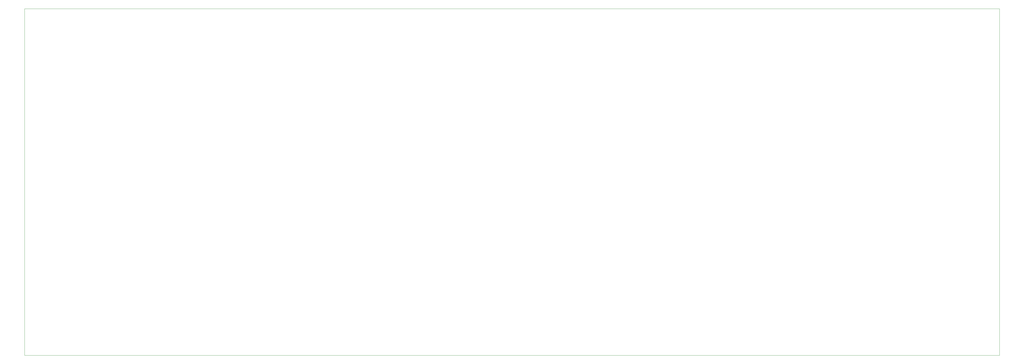
<source format=gm1>
G04 #@! TF.GenerationSoftware,KiCad,Pcbnew,(5.1.9)-1*
G04 #@! TF.CreationDate,2022-11-18T18:44:01-05:00*
G04 #@! TF.ProjectId,backplane,6261636b-706c-4616-9e65-2e6b69636164,rev?*
G04 #@! TF.SameCoordinates,Original*
G04 #@! TF.FileFunction,Profile,NP*
%FSLAX46Y46*%
G04 Gerber Fmt 4.6, Leading zero omitted, Abs format (unit mm)*
G04 Created by KiCad (PCBNEW (5.1.9)-1) date 2022-11-18 18:44:01*
%MOMM*%
%LPD*%
G01*
G04 APERTURE LIST*
G04 #@! TA.AperFunction,Profile*
%ADD10C,0.100000*%
G04 #@! TD*
G04 APERTURE END LIST*
D10*
X397400000Y-169000000D02*
X397400000Y-41000000D01*
X37400000Y-169000000D02*
X397400000Y-169000000D01*
X37400000Y-41000000D02*
X37400000Y-169000000D01*
X397400000Y-41000000D02*
X37400000Y-41000000D01*
M02*

</source>
